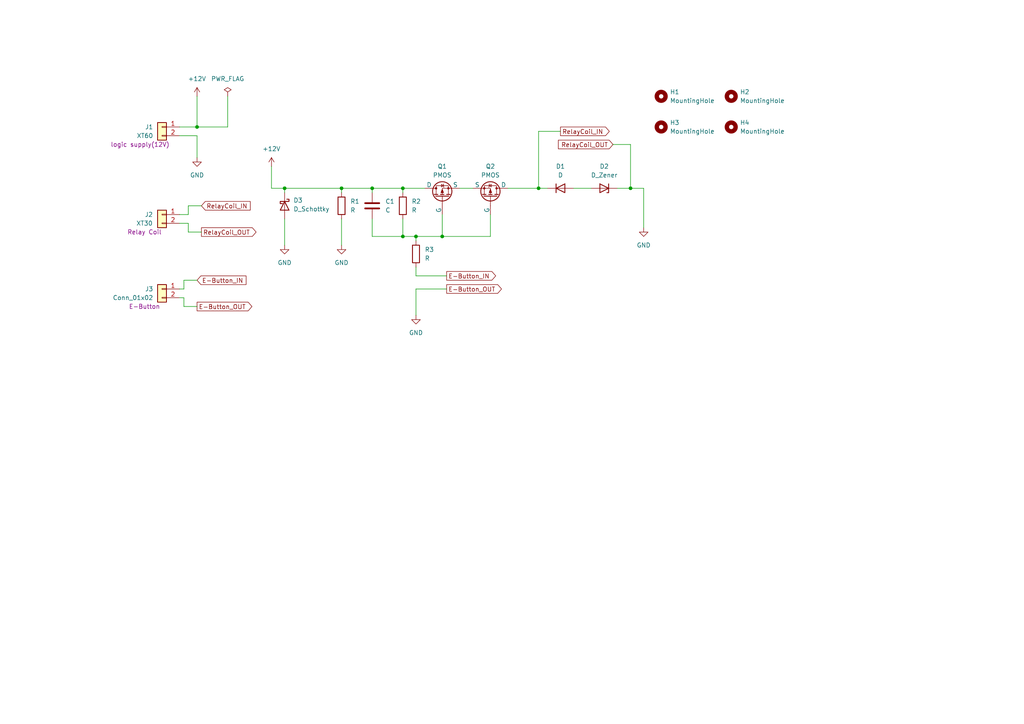
<source format=kicad_sch>
(kicad_sch (version 20230121) (generator eeschema)
  (paper "A4")
  (lib_symbols
    (symbol "Connector_Generic:Conn_01x02" (pin_names (offset 1.016) hide)
      (property "Reference" "J" (at 0 2.54 0))
      (property "Value" "Conn_01x02" (at 0 -5.08 0))
      (symbol "Conn_01x02_1_1"
        (rectangle (start -1.27 -2.413) (end 0 -2.667) (stroke (width 0.1524)))
        (rectangle (start -1.27 0.127) (end 0 -0.127) (stroke (width 0.1524)))
        (rectangle (start -1.27 1.27) (end 1.27 -3.81) (stroke (width 0.254)) (fill (type background)))
        (pin passive line (at -5.08 0 0) (length 3.81) (name "Pin_1") (number "1"))
        (pin passive line (at -5.08 -2.54 0) (length 3.81) (name "Pin_2") (number "2"))
      )
    )
    (symbol "Device:C" (pin_numbers hide) (pin_names (offset 0.254))
      (property "Reference" "C" (at 0.635 2.54 0))
      (property "Value" "C" (at 0.635 -2.54 0))
      (symbol "C_0_1"
        (polyline (pts (xy -2.032 -0.762) (xy 2.032 -0.762)) (stroke (width 0.508)))
        (polyline (pts (xy -2.032 0.762) (xy 2.032 0.762)) (stroke (width 0.508)))
      )
      (symbol "C_1_1"
        (pin passive line (at 0 3.81 270) (length 2.794) (name "~") (number "1"))
        (pin passive line (at 0 -3.81 90) (length 2.794) (name "~") (number "2"))
      )
    )
    (symbol "Device:D" (pin_numbers hide) (pin_names (offset 1.016) hide)
      (property "Reference" "D" (at 0 2.54 0))
      (property "Value" "D" (at 0 -2.54 0))
      (symbol "D_0_1"
        (polyline (pts (xy -1.27 1.27) (xy -1.27 -1.27)) (stroke (width 0.254)))
        (polyline (pts (xy 1.27 0) (xy -1.27 0)))
        (polyline (pts (xy 1.27 1.27) (xy 1.27 -1.27) (xy -1.27 0) (xy 1.27 1.27)) (stroke (width 0.254)))
      )
      (symbol "D_1_1"
        (pin passive line (at -3.81 0 0) (length 2.54) (name "K") (number "1"))
        (pin passive line (at 3.81 0 180) (length 2.54) (name "A") (number "2"))
      )
    )
    (symbol "Device:D_Schottky" (pin_numbers hide) (pin_names (offset 1.016) hide)
      (property "Reference" "D" (at 0 2.54 0))
      (property "Value" "D_Schottky" (at 0 -2.54 0))
      (symbol "D_Schottky_0_1"
        (polyline (pts (xy 1.27 0) (xy -1.27 0)))
        (polyline (pts (xy 1.27 1.27) (xy 1.27 -1.27) (xy -1.27 0) (xy 1.27 1.27)) (stroke (width 0.254)))
        (polyline (pts (xy -1.905 0.635) (xy -1.905 1.27) (xy -1.27 1.27) (xy -1.27 -1.27) (xy -0.635 -1.27) (xy -0.635 -0.635)) (stroke (width 0.254)))
      )
      (symbol "D_Schottky_1_1"
        (pin passive line (at -3.81 0 0) (length 2.54) (name "K") (number "1"))
        (pin passive line (at 3.81 0 180) (length 2.54) (name "A") (number "2"))
      )
    )
    (symbol "Device:D_Zener" (pin_numbers hide) (pin_names (offset 1.016) hide)
      (property "Reference" "D" (at 0 2.54 0))
      (property "Value" "D_Zener" (at 0 -2.54 0))
      (symbol "D_Zener_0_1"
        (polyline (pts (xy 1.27 0) (xy -1.27 0)))
        (polyline (pts (xy -1.27 -1.27) (xy -1.27 1.27) (xy -0.762 1.27)) (stroke (width 0.254)))
        (polyline (pts (xy 1.27 -1.27) (xy 1.27 1.27) (xy -1.27 0) (xy 1.27 -1.27)) (stroke (width 0.254)))
      )
      (symbol "D_Zener_1_1"
        (pin passive line (at -3.81 0 0) (length 2.54) (name "K") (number "1"))
        (pin passive line (at 3.81 0 180) (length 2.54) (name "A") (number "2"))
      )
    )
    (symbol "Device:R" (pin_numbers hide) (pin_names (offset 0))
      (property "Reference" "R" (at 2.032 0 90))
      (property "Value" "R" (at 0 0 90))
      (symbol "R_0_1"
        (rectangle (start -1.016 -2.54) (end 1.016 2.54) (stroke (width 0.254)))
      )
      (symbol "R_1_1"
        (pin passive line (at 0 3.81 270) (length 1.27) (name "~") (number "1"))
        (pin passive line (at 0 -3.81 90) (length 1.27) (name "~") (number "2"))
      )
    )
    (symbol "Mechanical:MountingHole" (pin_names (offset 1.016))
      (property "Reference" "H" (at 0 5.08 0))
      (property "Value" "MountingHole" (at 0 3.175 0))
      (symbol "MountingHole_0_1"
        (circle (center 0 0) (radius 1.27) (stroke (width 1.27)))
      )
    )
    (symbol "Simulation_SPICE:PMOS" (pin_numbers hide) (pin_names (offset 0))
      (property "Reference" "Q" (at 5.08 1.27 0))
      (property "Value" "PMOS" (at 5.08 -1.27 0))
      (symbol "PMOS_0_1"
        (polyline (pts (xy 0.254 0) (xy -2.54 0)))
        (polyline (pts (xy 0.254 1.905) (xy 0.254 -1.905)) (stroke (width 0.254)))
        (polyline (pts (xy 0.762 -1.27) (xy 0.762 -2.286)) (stroke (width 0.254)))
        (polyline (pts (xy 0.762 0.508) (xy 0.762 -0.508)) (stroke (width 0.254)))
        (polyline (pts (xy 0.762 2.286) (xy 0.762 1.27)) (stroke (width 0.254)))
        (polyline (pts (xy 2.54 2.54) (xy 2.54 1.778)))
        (polyline (pts (xy 2.54 -2.54) (xy 2.54 0) (xy 0.762 0)))
        (polyline (pts (xy 0.762 1.778) (xy 3.302 1.778) (xy 3.302 -1.778) (xy 0.762 -1.778)))
        (polyline (pts (xy 2.286 0) (xy 1.27 0.381) (xy 1.27 -0.381) (xy 2.286 0)) (fill (type outline)))
        (polyline (pts (xy 2.794 -0.508) (xy 2.921 -0.381) (xy 3.683 -0.381) (xy 3.81 -0.254)))
        (polyline (pts (xy 3.302 -0.381) (xy 2.921 0.254) (xy 3.683 0.254) (xy 3.302 -0.381)))
        (circle (center 1.651 0) (radius 2.794) (stroke (width 0.254)))
        (circle (center 2.54 -1.778) (radius 0.254) (fill (type outline)))
        (circle (center 2.54 1.778) (radius 0.254) (fill (type outline)))
      )
      (symbol "PMOS_1_1"
        (pin passive line (at 2.54 5.08 270) (length 2.54) (name "D") (number "1"))
        (pin input line (at -5.08 0 0) (length 2.54) (name "G") (number "2"))
        (pin passive line (at 2.54 -5.08 90) (length 2.54) (name "S") (number "3"))
      )
    )
    (symbol "power:+12V" (power) (pin_names (offset 0))
      (property "Value" "+12V" (at 0 3.556 0))
      (symbol "+12V_0_1"
        (polyline (pts (xy -0.762 1.27) (xy 0 2.54)))
        (polyline (pts (xy 0 0) (xy 0 2.54)))
        (polyline (pts (xy 0 2.54) (xy 0.762 1.27)))
      )
      (symbol "+12V_1_1"
        (pin power_in line (at 0 0 90) (length 0) hide (name "+12V") (number "1"))
      )
    )
    (symbol "power:GND" (power) (pin_names (offset 0))
      (property "Value" "GND" (at 0 -3.81 0))
      (symbol "GND_0_1"
        (polyline (pts (xy 0 0) (xy 0 -1.27) (xy 1.27 -1.27) (xy 0 -2.54) (xy -1.27 -1.27) (xy 0 -1.27)))
      )
      (symbol "GND_1_1"
        (pin power_in line (at 0 0 270) (length 0) hide (name "GND") (number "1"))
      )
    )
    (symbol "power:PWR_FLAG" (power) (pin_numbers hide) (pin_names (offset 0) hide)
      (property "Value" "PWR_FLAG" (at 0 3.81 0))
      (symbol "PWR_FLAG_0_0"
        (pin power_out line (at 0 0 90) (length 0) (name "pwr") (number "1"))
      )
      (symbol "PWR_FLAG_0_1"
        (polyline (pts (xy 0 0) (xy 0 1.27) (xy -1.016 1.905) (xy 0 2.54) (xy 1.016 1.905) (xy 0 1.27)))
      )
    )
  )
  (junction (at 107.95 54.61))
  (junction (at 82.55 54.61))
  (junction (at 128.27 68.58))
  (junction (at 99.06 54.61))
  (junction (at 116.84 68.58))
  (junction (at 120.65 68.58))
  (junction (at 116.84 54.61))
  (junction (at 182.88 54.61))
  (junction (at 57.15 36.83))
  (junction (at 156.21 54.61))
  (wire (pts (xy 52.07 36.83) (xy 57.15 36.83)))
  (wire (pts (xy 120.65 83.82) (xy 120.65 91.44)))
  (wire (pts (xy 53.34 88.9) (xy 53.34 86.36)))
  (wire (pts (xy 120.65 80.01) (xy 129.54 80.01)))
  (wire (pts (xy 107.95 54.61) (xy 116.84 54.61)))
  (wire (pts (xy 147.32 54.61) (xy 156.21 54.61)))
  (wire (pts (xy 120.65 68.58) (xy 128.27 68.58)))
  (wire (pts (xy 142.24 62.23) (xy 142.24 68.58)))
  (wire (pts (xy 120.65 77.47) (xy 120.65 80.01)))
  (wire (pts (xy 53.34 81.28) (xy 57.15 81.28)))
  (wire (pts (xy 156.21 38.1) (xy 162.56 38.1)))
  (wire (pts (xy 54.61 59.69) (xy 54.61 62.23)))
  (wire (pts (xy 54.61 59.69) (xy 58.42 59.69)))
  (wire (pts (xy 78.74 54.61) (xy 78.74 48.26)))
  (wire (pts (xy 82.55 63.5) (xy 82.55 71.12)))
  (wire (pts (xy 116.84 54.61) (xy 123.19 54.61)))
  (wire (pts (xy 107.95 55.88) (xy 107.95 54.61)))
  (wire (pts (xy 82.55 54.61) (xy 82.55 55.88)))
  (wire (pts (xy 54.61 67.31) (xy 58.42 67.31)))
  (wire (pts (xy 53.34 81.28) (xy 53.34 83.82)))
  (wire (pts (xy 129.54 83.82) (xy 120.65 83.82)))
  (wire (pts (xy 54.61 62.23) (xy 52.07 62.23)))
  (wire (pts (xy 120.65 69.85) (xy 120.65 68.58)))
  (wire (pts (xy 128.27 62.23) (xy 128.27 68.58)))
  (wire (pts (xy 156.21 54.61) (xy 156.21 38.1)))
  (wire (pts (xy 82.55 54.61) (xy 99.06 54.61)))
  (wire (pts (xy 78.74 54.61) (xy 82.55 54.61)))
  (wire (pts (xy 186.69 54.61) (xy 182.88 54.61)))
  (wire (pts (xy 142.24 68.58) (xy 128.27 68.58)))
  (wire (pts (xy 116.84 68.58) (xy 120.65 68.58)))
  (wire (pts (xy 133.35 54.61) (xy 137.16 54.61)))
  (wire (pts (xy 107.95 68.58) (xy 116.84 68.58)))
  (wire (pts (xy 116.84 55.88) (xy 116.84 54.61)))
  (wire (pts (xy 177.8 41.91) (xy 182.88 41.91)))
  (wire (pts (xy 52.07 39.37) (xy 57.15 39.37)))
  (wire (pts (xy 57.15 36.83) (xy 57.15 27.94)))
  (wire (pts (xy 156.21 54.61) (xy 158.75 54.61)))
  (wire (pts (xy 116.84 63.5) (xy 116.84 68.58)))
  (wire (pts (xy 186.69 54.61) (xy 186.69 66.04)))
  (wire (pts (xy 99.06 63.5) (xy 99.06 71.12)))
  (wire (pts (xy 54.61 64.77) (xy 52.07 64.77)))
  (wire (pts (xy 99.06 54.61) (xy 99.06 55.88)))
  (wire (pts (xy 166.37 54.61) (xy 171.45 54.61)))
  (wire (pts (xy 54.61 67.31) (xy 54.61 64.77)))
  (wire (pts (xy 99.06 54.61) (xy 107.95 54.61)))
  (wire (pts (xy 53.34 86.36) (xy 52.07 86.36)))
  (wire (pts (xy 182.88 41.91) (xy 182.88 54.61)))
  (wire (pts (xy 53.34 83.82) (xy 52.07 83.82)))
  (wire (pts (xy 66.04 36.83) (xy 57.15 36.83)))
  (wire (pts (xy 66.04 27.94) (xy 66.04 36.83)))
  (wire (pts (xy 107.95 63.5) (xy 107.95 68.58)))
  (wire (pts (xy 57.15 39.37) (xy 57.15 45.72)))
  (wire (pts (xy 179.07 54.61) (xy 182.88 54.61)))
  (wire (pts (xy 53.34 88.9) (xy 57.15 88.9)))
  (global_label "E-Button_IN" (shape output) (at 129.54 80.01 0) (property "Intersheetrefs" "${INTERSHEET_REFS}" (effects hide)))
  (global_label "RelayCoil_OUT" (shape output) (at 58.42 67.31 0) (property "Intersheetrefs" "${INTERSHEET_REFS}" (effects hide)))
  (global_label "RelayCoil_IN" (shape input) (at 58.42 59.69 0) (property "Intersheetrefs" "${INTERSHEET_REFS}" (effects hide)))
  (global_label "E-Button_OUT" (shape output) (at 57.15 88.9 0) (property "Intersheetrefs" "${INTERSHEET_REFS}" (effects hide)))
  (global_label "E-Button_IN" (shape input) (at 57.15 81.28 0) (property "Intersheetrefs" "${INTERSHEET_REFS}" (effects hide)))
  (global_label "RelayCoil_OUT" (shape input) (at 177.8 41.91 180) (property "Intersheetrefs" "${INTERSHEET_REFS}" (effects hide)))
  (global_label "RelayCoil_IN" (shape output) (at 162.56 38.1 0) (property "Intersheetrefs" "${INTERSHEET_REFS}" (effects hide)))
  (global_label "E-Button_OUT" (shape output) (at 129.54 83.82 0) (property "Intersheetrefs" "${INTERSHEET_REFS}" (effects hide)))
  (symbol (lib_id "power:+12V") (at 78.74 48.26 0) (unit 1)
    (property "Reference" "#PWR03" (effects hide))
    (property "Value" "+12V" (at 78.74 43.18 0))
  )
  (symbol (lib_id "power:GND") (at 99.06 71.12 0) (unit 1)
    (property "Reference" "#PWR04" (effects hide))
    (property "Value" "GND" (at 99.06 76.2 0))
  )
  (symbol (lib_id "Device:C") (at 107.95 59.69 0) (unit 1)
    (property "Reference" "C1" (at 111.76 58.42 0) (effects (justify left)))
    (property "Value" "C" (at 111.76 60.96 0) (effects (justify left)))
  )
  (symbol (lib_id "power:GND") (at 57.15 45.72 0) (unit 1)
    (property "Reference" "#PWR02" (effects hide))
    (property "Value" "GND" (at 57.15 50.8 0))
  )
  (symbol (lib_id "Mechanical:MountingHole") (at 191.77 27.94 0) (unit 1)
    (property "Reference" "H1" (at 194.31 26.67 0) (effects (justify left)))
    (property "Value" "MountingHole" (at 194.31 29.21 0) (effects (justify left)))
    (property "Footprint" "MountingHole:MountingHole_3.2mm_M3" (effects hide))
  )
  (symbol (lib_id "Device:D_Schottky") (at 82.55 59.69 270) (unit 1)
    (property "Reference" "D3" (at 85.09 58.1025 90) (effects (justify left)))
    (property "Value" "D_Schottky" (at 85.09 60.6425 90) (effects (justify left)))
  )
  (symbol (lib_id "power:GND") (at 120.65 91.44 0) (unit 1)
    (property "Reference" "#PWR06" (effects hide))
    (property "Value" "GND" (at 120.65 96.52 0))
  )
  (symbol (lib_id "Simulation_SPICE:PMOS") (at 128.27 57.15 90) (unit 1)
    (property "Reference" "Q1" (at 128.27 48.26 90))
    (property "Value" "PMOS" (at 128.27 50.8 90))
    (property "Datasheet" "https://ngspice.sourceforge.io/docs/ngspice-manual.pdf" (effects hide))
    (property "Sim.Device" "PMOS" (effects hide))
    (property "Sim.Type" "VDMOS" (effects hide))
    (property "Sim.Pins" "1=D 2=G 3=S" (effects hide))
  )
  (symbol (lib_id "power:GND") (at 82.55 71.12 0) (unit 1)
    (property "Reference" "#PWR07" (effects hide))
    (property "Value" "GND" (at 82.55 76.2 0))
  )
  (symbol (lib_id "Device:D_Zener") (at 175.26 54.61 180) (unit 1)
    (property "Reference" "D2" (at 175.26 48.26 0))
    (property "Value" "D_Zener" (at 175.26 50.8 0))
  )
  (symbol (lib_id "Mechanical:MountingHole") (at 212.09 36.83 0) (unit 1)
    (property "Reference" "H4" (at 214.63 35.56 0) (effects (justify left)))
    (property "Value" "MountingHole" (at 214.63 38.1 0) (effects (justify left)))
    (property "Footprint" "MountingHole:MountingHole_3.2mm_M3" (effects hide))
  )
  (symbol (lib_id "Mechanical:MountingHole") (at 191.77 36.83 0) (unit 1)
    (property "Reference" "H3" (at 194.31 35.56 0) (effects (justify left)))
    (property "Value" "MountingHole" (at 194.31 38.1 0) (effects (justify left)))
    (property "Footprint" "MountingHole:MountingHole_3.2mm_M3" (effects hide))
  )
  (symbol (lib_id "Device:R") (at 116.84 59.69 0) (unit 1)
    (property "Reference" "R2" (at 119.38 58.42 0) (effects (justify left)))
    (property "Value" "R" (at 119.38 60.96 0) (effects (justify left)))
  )
  (symbol (lib_id "Connector_Generic:Conn_01x02") (at 46.99 83.82 0) (mirror y) (unit 1)
    (property "Reference" "J3" (at 44.45 83.82 0) (effects (justify left)))
    (property "Value" "Conn_01x02" (at 44.45 86.36 0) (effects (justify left)))
    (property "Footprint" "Connector_AMASS:AMASS_XT30PW-M_1x02_P2.50mm_Horizontal" (effects hide))
    (property "description" "E-Button" (at 41.91 88.9 0))
  )
  (symbol (lib_id "Device:R") (at 120.65 73.66 0) (unit 1)
    (property "Reference" "R3" (at 123.19 72.39 0) (effects (justify left)))
    (property "Value" "R" (at 123.19 74.93 0) (effects (justify left)))
  )
  (symbol (lib_id "Connector_Generic:Conn_01x02") (at 46.99 36.83 0) (mirror y) (unit 1)
    (property "Reference" "J1" (at 44.45 36.83 0) (effects (justify left)))
    (property "Value" "XT60" (at 44.45 39.37 0) (effects (justify left)))
    (property "Footprint" "Connector_AMASS:AMASS_XT60PW-M_1x02_P7.20mm_Horizontal" (effects hide))
    (property "description" "logic supply(12V)" (at 40.64 41.91 0))
  )
  (symbol (lib_id "Mechanical:MountingHole") (at 212.09 27.94 0) (unit 1)
    (property "Reference" "H2" (at 214.63 26.67 0) (effects (justify left)))
    (property "Value" "MountingHole" (at 214.63 29.21 0) (effects (justify left)))
    (property "Footprint" "MountingHole:MountingHole_3.2mm_M3" (effects hide))
  )
  (symbol (lib_id "power:GND") (at 186.69 66.04 0) (unit 1)
    (property "Reference" "#PWR05" (effects hide))
    (property "Value" "GND" (at 186.69 71.12 0))
  )
  (symbol (lib_id "Device:R") (at 99.06 59.69 0) (unit 1)
    (property "Reference" "R1" (at 101.6 58.42 0) (effects (justify left)))
    (property "Value" "R" (at 101.6 60.96 0) (effects (justify left)))
  )
  (symbol (lib_id "Connector_Generic:Conn_01x02") (at 46.99 62.23 0) (mirror y) (unit 1)
    (property "Reference" "J2" (at 43.18 62.23 0))
    (property "Value" "XT30" (at 41.91 64.77 0))
    (property "Footprint" "Connector_AMASS:AMASS_XT30U-M_1x02_P5.0mm_Vertical" (effects hide))
    (property "description" "Relay Coil" (at 41.91 67.31 0))
  )
  (symbol (lib_id "power:PWR_FLAG") (at 66.04 27.94 0) (unit 1)
    (property "Reference" "#FLG01" (effects hide))
    (property "Value" "PWR_FLAG" (at 66.04 22.86 0))
  )
  (symbol (lib_id "Device:D") (at 162.56 54.61 0) (unit 1)
    (property "Reference" "D1" (at 162.56 48.26 0))
    (property "Value" "D" (at 162.56 50.8 0))
    (property "Sim.Device" "D" (effects hide))
    (property "Sim.Pins" "1=K 2=A" (effects hide))
  )
  (symbol (lib_id "power:+12V") (at 57.15 27.94 0) (unit 1)
    (property "Reference" "#PWR01" (effects hide))
    (property "Value" "+12V" (at 57.15 22.86 0))
  )
  (symbol (lib_id "Simulation_SPICE:PMOS") (at 142.24 57.15 270) (mirror x) (unit 1)
    (property "Reference" "Q2" (at 142.24 48.26 90))
    (property "Value" "PMOS" (at 142.24 50.8 90))
    (property "Datasheet" "https://ngspice.sourceforge.io/docs/ngspice-manual.pdf" (effects hide))
    (property "Sim.Device" "PMOS" (effects hide))
    (property "Sim.Type" "VDMOS" (effects hide))
    (property "Sim.Pins" "1=D 2=G 3=S" (effects hide))
  )
)
</source>
